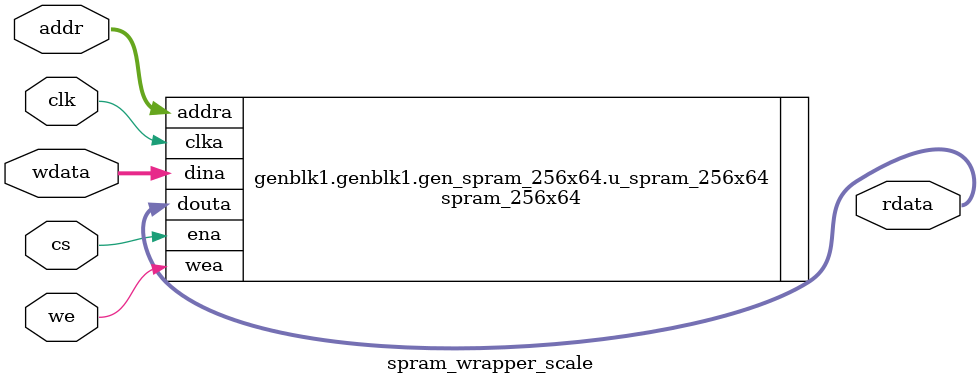
<source format=v>

`define FPGA 1
module spram_wrapper_scale (
	clk,					// clock 
	addr,					// input address 
	we,						// input write enable
	cs,						// input chip-select 
	wdata,					// input write data
	rdata					// output read-out data
);

//------------------------------------------------------------------------+
// Declare parameters
//------------------------------------------------------------------------+
// output parameters
parameter DW = 64;			// data bit-width per word
parameter AW = 8;			// address bit-width
parameter DEPTH = 256;		// depth, word length
parameter N_DELAY = 1;

//------------------------------------------------------------------------+
// Declare Input & Output signals
//------------------------------------------------------------------------+
// clock and reset
input							clk;
// input SRAM signals
input [AW-1			:	0]		addr;	// input address 
input							we;		// input write enable
input							cs;		// input chip-select 
input [DW-1			:	0]		wdata;	// input write data
// output SRAM signal
output [DW-1		:	0]		rdata;	// output read-out data

//------------------------------------------------------------------------+
// Declare internal signals
//------------------------------------------------------------------------+
reg	[DW-1			:	0]		rdata_o;


`ifdef FPGA
	//------------------------------------------------------------------------+
	// Implement generate block ram
	//------------------------------------------------------------------------+
	generate
		if((DEPTH == 512) && (DW == 72)) begin: gen_spram_512x72
			spram_512x72 u_spram_512x72( 
				// write
				.clka(clk),
				.ena(cs),
				.wea(we),
				.addra(addr),
				.dina(wdata),
				// read-out
				.douta(rdata)
			 );
		end
		else if((DEPTH == 832) && (DW == 32)) begin: gen_spram_832x32
			spram_832x32 u_spram_832x32( 
				// write
				.clka(clk),
				.ena(cs),
				.wea(we),
				.addra(addr),
				.dina(wdata),
				// read-out
				.douta(rdata)
			 );
		end
		else if((DEPTH == 256) && (DW == 64)) begin: gen_spram_256x64
			spram_256x64 u_spram_256x64( 
				// write
				.clka(clk),
				.ena(cs),
				.wea(we),
				.addra(addr),
				.dina(wdata),
				// read-out
				.douta(rdata)
			 );
		end
		else if((DEPTH == 208) && (DW == 256)) begin: gen_spram_208x256
			spram_208x256 u_spram_208x256( 
				// write
				.clka(clk),
				.ena(cs),
				.wea(we),
				.addra(addr),
				.dina(wdata),
				// read-out
				.douta(rdata)
			 );
		end
		else if((DEPTH == 16) && (DW == 16)) begin: gen_spram_16x16
			spram_16x16_scale u_spram_16x16( 
				// write
				.clka(clk),
				.ena(cs),
				.wea(we),
				.addra(addr),
				.dina(wdata),
				// read-out
				.douta(rdata)
			 );
		end
	endgenerate

`else 
	//------------------------------------------------------------------------+
	// Memory modeling
	//------------------------------------------------------------------------+
	reg [DW-1			:	0]		mem[0:DEPTH-1];	// Memory cell
	// Write
	always @(posedge clk) begin
		if(cs && we)			mem[addr] <= wdata;
	end
	// Read
	generate
	   if(N_DELAY == 1) begin: gen_delay_1
		  always @(posedge clk)
			 if (cs && !(|we)) rdata_o <= mem[addr];

		  assign rdata = rdata_o;
	   end
	   else begin: gen_delay_n
		  reg [N_DELAY*DW-1:0] rdata_r;

		  always @(posedge clk)
			 if (cs && !(|we)) rdata_r[0*DW+:DW] <= mem[addr];

		  always @(posedge clk) begin: delay
			 integer i;
			 for(i = 0; i < N_DELAY-1; i = i+1)
				if(cs && !(|we))
				   rdata_r[(i+1)*DW+:DW] <= rdata_r[i*DW+:DW];
		  end
		  assign rdata = rdata_r[(N_DELAY-1)*DW+:DW];
	   end
	endgenerate

`endif


endmodule





</source>
